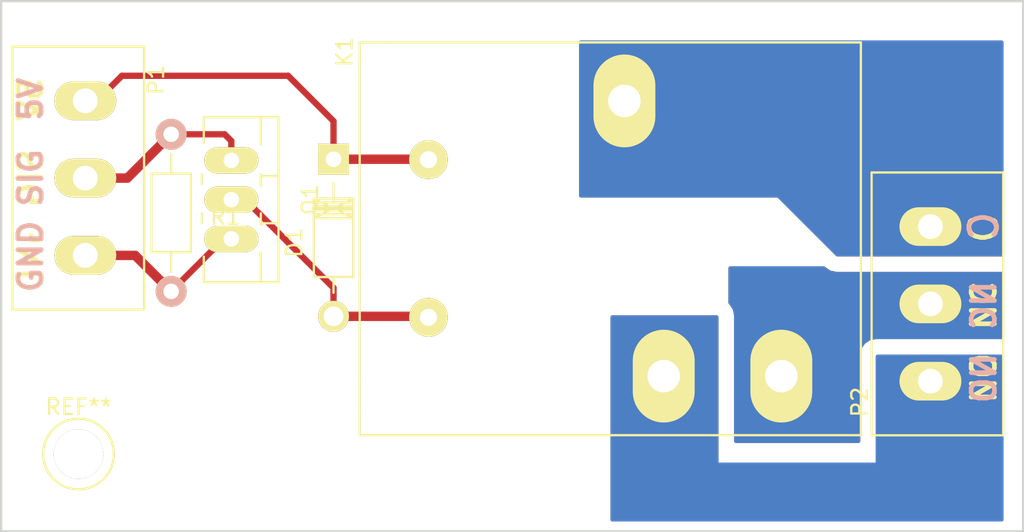
<source format=kicad_pcb>
(kicad_pcb (version 4) (host pcbnew 4.0.1-stable)

  (general
    (links 0)
    (no_connects 7)
    (area 71.044999 68.504999 137.235001 102.945001)
    (thickness 1.6)
    (drawings 16)
    (tracks 33)
    (zones 0)
    (modules 7)
    (nets 8)
  )

  (page A4)
  (layers
    (0 F.Cu signal)
    (31 B.Cu signal)
    (32 B.Adhes user)
    (33 F.Adhes user)
    (34 B.Paste user)
    (35 F.Paste user)
    (36 B.SilkS user)
    (37 F.SilkS user)
    (38 B.Mask user)
    (39 F.Mask user)
    (40 Dwgs.User user)
    (41 Cmts.User user)
    (42 Eco1.User user)
    (43 Eco2.User user)
    (44 Edge.Cuts user)
    (45 Margin user)
    (46 B.CrtYd user)
    (47 F.CrtYd user)
    (48 B.Fab user)
    (49 F.Fab user)
  )

  (setup
    (last_trace_width 0.4064)
    (user_trace_width 0.254)
    (user_trace_width 0.4064)
    (user_trace_width 0.6096)
    (user_trace_width 0.8128)
    (user_trace_width 1.016)
    (user_trace_width 1.2192)
    (user_trace_width 2.54)
    (user_trace_width 5.08)
    (trace_clearance 0.2032)
    (zone_clearance 1)
    (zone_45_only no)
    (trace_min 0.2)
    (segment_width 0.2)
    (edge_width 0.15)
    (via_size 0.9144)
    (via_drill 0.508)
    (via_min_size 0.4)
    (via_min_drill 0.3)
    (uvia_size 0.9144)
    (uvia_drill 0.508)
    (uvias_allowed no)
    (uvia_min_size 0.2)
    (uvia_min_drill 0.1)
    (pcb_text_width 0.3)
    (pcb_text_size 1.5 1.5)
    (mod_edge_width 0.15)
    (mod_text_size 1 1)
    (mod_text_width 0.15)
    (pad_size 3.2 3.2)
    (pad_drill 3.2)
    (pad_to_mask_clearance 0.2)
    (aux_axis_origin 0 0)
    (visible_elements FFFFFF7F)
    (pcbplotparams
      (layerselection 0x00030_80000001)
      (usegerberextensions false)
      (excludeedgelayer true)
      (linewidth 0.100000)
      (plotframeref false)
      (viasonmask false)
      (mode 1)
      (useauxorigin false)
      (hpglpennumber 1)
      (hpglpenspeed 20)
      (hpglpendiameter 15)
      (hpglpenoverlay 2)
      (psnegative false)
      (psa4output false)
      (plotreference true)
      (plotvalue true)
      (plotinvisibletext false)
      (padsonsilk false)
      (subtractmaskfromsilk false)
      (outputformat 1)
      (mirror false)
      (drillshape 1)
      (scaleselection 1)
      (outputdirectory ""))
  )

  (net 0 "")
  (net 1 GND)
  (net 2 "Net-(K1-Pad4)")
  (net 3 "Net-(K1-Pad5)")
  (net 4 "Net-(K1-Pad3)")
  (net 5 VCC)
  (net 6 "Net-(P1-Pad2)")
  (net 7 "Net-(D1-Pad2)")

  (net_class Default "This is the default net class."
    (clearance 0.2032)
    (trace_width 0.2032)
    (via_dia 0.9144)
    (via_drill 0.508)
    (uvia_dia 0.9144)
    (uvia_drill 0.508)
    (add_net GND)
    (add_net "Net-(D1-Pad2)")
    (add_net "Net-(K1-Pad3)")
    (add_net "Net-(K1-Pad4)")
    (add_net "Net-(K1-Pad5)")
    (add_net "Net-(P1-Pad2)")
    (add_net VCC)
  )

  (module Connectors:FCI_20020107-3p (layer F.Cu) (tedit 576B180E) (tstamp 57AD4D46)
    (at 76.5556 80.0227 270)
    (path /57AD5130)
    (fp_text reference P1 (at -6.35 -4.572 270) (layer F.SilkS)
      (effects (font (size 1 1) (thickness 0.15)))
    )
    (fp_text value CONN_01X03 (at 0 -0.5 270) (layer F.Fab)
      (effects (font (size 1 1) (thickness 0.15)))
    )
    (fp_line (start -8.5 -3.8) (end -8.5 4.7) (layer F.SilkS) (width 0.15))
    (fp_line (start -8.5 4.7) (end 8.5 4.7) (layer F.SilkS) (width 0.15))
    (fp_line (start 8.5 -3.8) (end 8.5 4.7) (layer F.SilkS) (width 0.15))
    (fp_line (start -8.5 -3.8) (end 8.5 -3.8) (layer F.SilkS) (width 0.15))
    (pad 1 thru_hole oval (at -5 0 90) (size 2.5 4) (drill 1.6) (layers *.Cu *.Mask F.SilkS)
      (net 5 VCC))
    (pad 2 thru_hole oval (at 0 0 90) (size 2.5 4) (drill 1.6) (layers *.Cu *.Mask F.SilkS)
      (net 6 "Net-(P1-Pad2)"))
    (pad 3 thru_hole oval (at 5 0 90) (size 2.5 4) (drill 1.6) (layers *.Cu *.Mask F.SilkS)
      (net 1 GND))
  )

  (module Diodes_ThroughHole:Diode_DO-41_SOD81_Horizontal_RM10 (layer F.Cu) (tedit 552FFCCE) (tstamp 57AD4D2D)
    (at 92.59316 78.8035 270)
    (descr "Diode, DO-41, SOD81, Horizontal, RM 10mm,")
    (tags "Diode, DO-41, SOD81, Horizontal, RM 10mm, 1N4007, SB140,")
    (path /57AD5510)
    (fp_text reference D1 (at 5.38734 2.53746 270) (layer F.SilkS)
      (effects (font (size 1 1) (thickness 0.15)))
    )
    (fp_text value 1n400x (at 4.37134 -3.55854 270) (layer F.Fab)
      (effects (font (size 1 1) (thickness 0.15)))
    )
    (fp_line (start 7.62 -0.00254) (end 8.636 -0.00254) (layer F.SilkS) (width 0.15))
    (fp_line (start 2.794 -0.00254) (end 1.524 -0.00254) (layer F.SilkS) (width 0.15))
    (fp_line (start 3.048 -1.27254) (end 3.048 1.26746) (layer F.SilkS) (width 0.15))
    (fp_line (start 3.302 -1.27254) (end 3.302 1.26746) (layer F.SilkS) (width 0.15))
    (fp_line (start 3.556 -1.27254) (end 3.556 1.26746) (layer F.SilkS) (width 0.15))
    (fp_line (start 2.794 -1.27254) (end 2.794 1.26746) (layer F.SilkS) (width 0.15))
    (fp_line (start 3.81 -1.27254) (end 2.54 1.26746) (layer F.SilkS) (width 0.15))
    (fp_line (start 2.54 -1.27254) (end 3.81 1.26746) (layer F.SilkS) (width 0.15))
    (fp_line (start 3.81 -1.27254) (end 3.81 1.26746) (layer F.SilkS) (width 0.15))
    (fp_line (start 3.175 -1.27254) (end 3.175 1.26746) (layer F.SilkS) (width 0.15))
    (fp_line (start 2.54 1.26746) (end 2.54 -1.27254) (layer F.SilkS) (width 0.15))
    (fp_line (start 2.54 -1.27254) (end 7.62 -1.27254) (layer F.SilkS) (width 0.15))
    (fp_line (start 7.62 -1.27254) (end 7.62 1.26746) (layer F.SilkS) (width 0.15))
    (fp_line (start 7.62 1.26746) (end 2.54 1.26746) (layer F.SilkS) (width 0.15))
    (pad 2 thru_hole circle (at 10.16 -0.00254 90) (size 1.99898 1.99898) (drill 1.27) (layers *.Cu *.Mask F.SilkS)
      (net 7 "Net-(D1-Pad2)"))
    (pad 1 thru_hole rect (at 0 -0.00254 90) (size 1.99898 1.99898) (drill 1.00076) (layers *.Cu *.Mask F.SilkS)
      (net 5 VCC))
  )

  (module relays:JQX-15F (layer F.Cu) (tedit 57AD4BB1) (tstamp 57AD4D3F)
    (at 96.295905 77.939571 270)
    (path /57AD4A4F)
    (fp_text reference K1 (at -6.082971 2.989005 450) (layer F.SilkS)
      (effects (font (size 1 1) (thickness 0.15)))
    )
    (fp_text value RELAY_SPST (at -4.597071 -3.627695 360) (layer F.Fab)
      (effects (font (size 1 1) (thickness 0.15)))
    )
    (fp_line (start -6.687971 2.009205) (end 11.092029 2.009205) (layer F.SilkS) (width 0.15))
    (fp_line (start -6.687971 0.104205) (end -6.687971 2.009205) (layer F.SilkS) (width 0.15))
    (fp_line (start -6.687971 -30.375795) (end -6.687971 0.104205) (layer F.SilkS) (width 0.15))
    (fp_line (start -6.052971 -30.375795) (end -6.687971 -30.375795) (layer F.SilkS) (width 0.15))
    (fp_line (start 18.712029 -30.375795) (end -6.052971 -30.375795) (layer F.SilkS) (width 0.15))
    (fp_line (start 18.712029 2.009205) (end 18.712029 -30.375795) (layer F.SilkS) (width 0.15))
    (fp_line (start 17.442029 2.009205) (end 18.712029 2.009205) (layer F.SilkS) (width 0.15))
    (fp_line (start 14.902029 2.009205) (end 17.442029 2.009205) (layer F.SilkS) (width 0.15))
    (fp_line (start 11.092029 2.009205) (end 14.902029 2.009205) (layer F.SilkS) (width 0.15))
    (pad 4 thru_hole oval (at 14.892029 -25.235795) (size 4 6) (drill 2.1) (layers *.Cu *.Mask F.SilkS)
      (net 2 "Net-(K1-Pad4)"))
    (pad 5 thru_hole oval (at 14.892029 -17.635795) (size 4 6) (drill 2.1) (layers *.Cu *.Mask F.SilkS)
      (net 3 "Net-(K1-Pad5)"))
    (pad 3 thru_hole oval (at -2.907971 -15.095795) (size 4 6) (drill 2.1) (layers *.Cu *.Mask F.SilkS)
      (net 4 "Net-(K1-Pad3)"))
    (pad 1 thru_hole circle (at 11.092029 -2.435795 90) (size 2.5 2.5) (drill 1.1) (layers *.Cu *.Mask F.SilkS)
      (net 7 "Net-(D1-Pad2)"))
    (pad 2 thru_hole circle (at 0.892029 -2.435795 90) (size 2.5 2.5) (drill 1.1) (layers *.Cu *.Mask F.SilkS)
      (net 5 VCC))
  )

  (module Connectors:FCI_20020107-3p (layer F.Cu) (tedit 576B180E) (tstamp 57AD4D4D)
    (at 131.1656 88.1596 90)
    (path /57AD4DE4)
    (fp_text reference P2 (at -6.35 -4.572 90) (layer F.SilkS)
      (effects (font (size 1 1) (thickness 0.15)))
    )
    (fp_text value CONN_01X03 (at 0 -0.5 90) (layer F.Fab)
      (effects (font (size 1 1) (thickness 0.15)))
    )
    (fp_line (start -8.5 -3.8) (end -8.5 4.7) (layer F.SilkS) (width 0.15))
    (fp_line (start -8.5 4.7) (end 8.5 4.7) (layer F.SilkS) (width 0.15))
    (fp_line (start 8.5 -3.8) (end 8.5 4.7) (layer F.SilkS) (width 0.15))
    (fp_line (start -8.5 -3.8) (end 8.5 -3.8) (layer F.SilkS) (width 0.15))
    (pad 1 thru_hole oval (at -5 0 270) (size 2.5 4) (drill 1.6) (layers *.Cu *.Mask F.SilkS)
      (net 3 "Net-(K1-Pad5)"))
    (pad 2 thru_hole oval (at 0 0 270) (size 2.5 4) (drill 1.6) (layers *.Cu *.Mask F.SilkS)
      (net 2 "Net-(K1-Pad4)"))
    (pad 3 thru_hole oval (at 5 0 270) (size 2.5 4) (drill 1.6) (layers *.Cu *.Mask F.SilkS)
      (net 4 "Net-(K1-Pad3)"))
  )

  (module TO_SOT_Packages_THT:TO-220_Neutral123_Vertical_LargePads (layer F.Cu) (tedit 0) (tstamp 57AD4D54)
    (at 85.9917 81.4197 270)
    (descr "TO-220, Neutral, Vertical, Large Pads,")
    (tags "TO-220, Neutral, Vertical, Large Pads,")
    (path /57AD4B7B)
    (fp_text reference Q1 (at 0 -5.08 270) (layer F.SilkS)
      (effects (font (size 1 1) (thickness 0.15)))
    )
    (fp_text value FQP30N06L (at 0 3.81 270) (layer F.Fab)
      (effects (font (size 1 1) (thickness 0.15)))
    )
    (fp_line (start 5.334 -1.905) (end 3.429 -1.905) (layer F.SilkS) (width 0.15))
    (fp_line (start 0.889 -1.905) (end 1.651 -1.905) (layer F.SilkS) (width 0.15))
    (fp_line (start -1.524 -1.905) (end -1.651 -1.905) (layer F.SilkS) (width 0.15))
    (fp_line (start -1.524 -1.905) (end -0.889 -1.905) (layer F.SilkS) (width 0.15))
    (fp_line (start -5.334 -1.905) (end -3.556 -1.905) (layer F.SilkS) (width 0.15))
    (fp_line (start -5.334 1.778) (end -3.683 1.778) (layer F.SilkS) (width 0.15))
    (fp_line (start -1.016 1.905) (end -1.651 1.905) (layer F.SilkS) (width 0.15))
    (fp_line (start 1.524 1.905) (end 0.889 1.905) (layer F.SilkS) (width 0.15))
    (fp_line (start 5.334 1.778) (end 3.683 1.778) (layer F.SilkS) (width 0.15))
    (fp_line (start -1.524 -3.048) (end -1.524 -1.905) (layer F.SilkS) (width 0.15))
    (fp_line (start 1.524 -3.048) (end 1.524 -1.905) (layer F.SilkS) (width 0.15))
    (fp_line (start 5.334 -1.905) (end 5.334 1.778) (layer F.SilkS) (width 0.15))
    (fp_line (start -5.334 1.778) (end -5.334 -1.905) (layer F.SilkS) (width 0.15))
    (fp_line (start 5.334 -3.048) (end 5.334 -1.905) (layer F.SilkS) (width 0.15))
    (fp_line (start -5.334 -1.905) (end -5.334 -3.048) (layer F.SilkS) (width 0.15))
    (fp_line (start 0 -3.048) (end -5.334 -3.048) (layer F.SilkS) (width 0.15))
    (fp_line (start 0 -3.048) (end 5.334 -3.048) (layer F.SilkS) (width 0.15))
    (pad 2 thru_hole oval (at 0 0) (size 3.50012 1.69926) (drill 1.00076) (layers *.Cu *.Mask F.SilkS)
      (net 7 "Net-(D1-Pad2)"))
    (pad 1 thru_hole oval (at -2.54 0) (size 3.50012 1.69926) (drill 1.00076) (layers *.Cu *.Mask F.SilkS)
      (net 6 "Net-(P1-Pad2)"))
    (pad 3 thru_hole oval (at 2.54 0) (size 3.50012 1.69926) (drill 1.00076) (layers *.Cu *.Mask F.SilkS)
      (net 1 GND))
    (model TO_SOT_Packages_THT.3dshapes/TO-220_Neutral123_Vertical_LargePads.wrl
      (at (xyz 0 0 0))
      (scale (xyz 0.3937 0.3937 0.3937))
      (rotate (xyz 0 0 0))
    )
  )

  (module Resistors_ThroughHole:Resistor_Horizontal_RM10mm (layer F.Cu) (tedit 56648415) (tstamp 57AD4DB2)
    (at 82.1055 77.1906 270)
    (descr "Resistor, Axial,  RM 10mm, 1/3W")
    (tags "Resistor Axial RM 10mm 1/3W")
    (path /57AD5663)
    (fp_text reference R1 (at 5.32892 -3.50012 360) (layer F.SilkS)
      (effects (font (size 1 1) (thickness 0.15)))
    )
    (fp_text value 10k (at 5.08 3.81 270) (layer F.Fab)
      (effects (font (size 1 1) (thickness 0.15)))
    )
    (fp_line (start -1.25 -1.5) (end 11.4 -1.5) (layer F.CrtYd) (width 0.05))
    (fp_line (start -1.25 1.5) (end -1.25 -1.5) (layer F.CrtYd) (width 0.05))
    (fp_line (start 11.4 -1.5) (end 11.4 1.5) (layer F.CrtYd) (width 0.05))
    (fp_line (start -1.25 1.5) (end 11.4 1.5) (layer F.CrtYd) (width 0.05))
    (fp_line (start 2.54 -1.27) (end 7.62 -1.27) (layer F.SilkS) (width 0.15))
    (fp_line (start 7.62 -1.27) (end 7.62 1.27) (layer F.SilkS) (width 0.15))
    (fp_line (start 7.62 1.27) (end 2.54 1.27) (layer F.SilkS) (width 0.15))
    (fp_line (start 2.54 1.27) (end 2.54 -1.27) (layer F.SilkS) (width 0.15))
    (fp_line (start 2.54 0) (end 1.27 0) (layer F.SilkS) (width 0.15))
    (fp_line (start 7.62 0) (end 8.89 0) (layer F.SilkS) (width 0.15))
    (pad 1 thru_hole circle (at 0 0 270) (size 1.99898 1.99898) (drill 1.00076) (layers *.Cu *.SilkS *.Mask)
      (net 6 "Net-(P1-Pad2)"))
    (pad 2 thru_hole circle (at 10.16 0 270) (size 1.99898 1.99898) (drill 1.00076) (layers *.Cu *.SilkS *.Mask)
      (net 1 GND))
    (model Resistors_ThroughHole.3dshapes/Resistor_Horizontal_RM10mm.wrl
      (at (xyz 0.2 0 0))
      (scale (xyz 0.4 0.4 0.4))
      (rotate (xyz 0 0 0))
    )
  )

  (module Connect:1pin (layer F.Cu) (tedit 57AD5154) (tstamp 57AD5115)
    (at 76.12 97.87)
    (descr "module 1 pin (ou trou mecanique de percage)")
    (tags DEV)
    (fp_text reference REF** (at 0 -3.048) (layer F.SilkS)
      (effects (font (size 1 1) (thickness 0.15)))
    )
    (fp_text value 1pin (at 0 2.794) (layer F.Fab)
      (effects (font (size 1 1) (thickness 0.15)))
    )
    (fp_circle (center 0 0) (end 0 -2.286) (layer F.SilkS) (width 0.15))
    (pad 1 thru_hole circle (at 0 0) (size 3.2 3.2) (drill 3.2) (layers *.Cu *.Mask F.SilkS))
  )

  (gr_text GND (at 73.025 85.09 90) (layer B.SilkS) (tstamp 57AD5241)
    (effects (font (size 1.5 1.5) (thickness 0.3)))
  )
  (gr_text SIG (at 73.025 80.01 90) (layer B.SilkS) (tstamp 57AD523F)
    (effects (font (size 1.5 1.5) (thickness 0.3)))
  )
  (gr_text 5V (at 73.025 74.93 90) (layer B.SilkS) (tstamp 57AD523C)
    (effects (font (size 1.5 1.5) (thickness 0.3)))
  )
  (gr_text GND (at 73.025 85.09 90) (layer F.SilkS)
    (effects (font (size 1.5 1.5) (thickness 0.3)) (justify mirror))
  )
  (gr_text SIG (at 73.025 80.01 90) (layer F.SilkS)
    (effects (font (size 1.5 1.5) (thickness 0.3)) (justify mirror))
  )
  (gr_text 5V (at 73.025 74.93 90) (layer F.SilkS)
    (effects (font (size 1.5 1.5) (thickness 0.3)) (justify mirror))
  )
  (gr_line (start 71.12 102.87) (end 71.12 68.58) (layer Edge.Cuts) (width 0.15))
  (gr_line (start 137.16 102.87) (end 71.12 102.87) (layer Edge.Cuts) (width 0.15))
  (gr_line (start 137.16 68.58) (end 137.16 102.87) (layer Edge.Cuts) (width 0.15))
  (gr_line (start 71.12 68.58) (end 137.16 68.58) (layer Edge.Cuts) (width 0.15))
  (gr_text NO (at 134.62 92.964 90) (layer B.SilkS) (tstamp 57AD4F0C)
    (effects (font (size 1.5 1.5) (thickness 0.3)) (justify mirror))
  )
  (gr_text NC (at 134.62 88.265 90) (layer B.SilkS) (tstamp 57AD4F09)
    (effects (font (size 1.5 1.5) (thickness 0.3)) (justify mirror))
  )
  (gr_text NO (at 134.62 92.964 90) (layer F.SilkS)
    (effects (font (size 1.5 1.5) (thickness 0.3)))
  )
  (gr_text NC (at 134.62 88.265 90) (layer F.SilkS)
    (effects (font (size 1.5 1.5) (thickness 0.3)))
  )
  (gr_text "C\n" (at 134.62 83.1215 90) (layer B.SilkS) (tstamp 57AD4ED8)
    (effects (font (size 1.778 1.778) (thickness 0.3)) (justify mirror))
  )
  (gr_text "C\n" (at 134.62 83.312 90) (layer F.SilkS)
    (effects (font (size 1.778 1.778) (thickness 0.3)))
  )

  (segment (start 82.1055 87.3506) (end 85.4964 83.9597) (width 0.4064) (layer F.Cu) (net 1))
  (segment (start 85.4964 83.9597) (end 85.9917 83.9597) (width 0.4064) (layer F.Cu) (net 1))
  (segment (start 76.5556 85.0227) (end 79.7776 85.0227) (width 0.6096) (layer F.Cu) (net 1))
  (segment (start 79.7776 85.0227) (end 82.1055 87.3506) (width 0.6096) (layer F.Cu) (net 1))
  (segment (start 121.5317 88.4628) (end 121.8349 88.1596) (width 2.54) (layer F.Cu) (net 2))
  (segment (start 121.8349 88.1596) (end 131.1656 88.1596) (width 2.54) (layer F.Cu) (net 2))
  (segment (start 121.5317 92.8316) (end 121.5317 88.4628) (width 2.54) (layer F.Cu) (net 2))
  (segment (start 115.3795 100.0252) (end 113.9317 98.5774) (width 2.54) (layer F.Cu) (net 3))
  (segment (start 113.9317 98.5774) (end 113.9317 92.8316) (width 2.54) (layer F.Cu) (net 3))
  (segment (start 128.09 100.0252) (end 115.3795 100.0252) (width 2.54) (layer F.Cu) (net 3))
  (segment (start 131.1656 93.1596) (end 131.1656 96.9496) (width 2.54) (layer F.Cu) (net 3))
  (segment (start 131.1656 96.9496) (end 128.09 100.0252) (width 2.54) (layer F.Cu) (net 3))
  (segment (start 111.3917 75.0316) (end 123.0376 75.0316) (width 2.54) (layer F.Cu) (net 4))
  (segment (start 123.0376 75.0316) (end 131.1656 83.1596) (width 2.54) (layer F.Cu) (net 4))
  (segment (start 89.662 73.406) (end 92.5957 76.3397) (width 0.4064) (layer F.Cu) (net 5))
  (segment (start 92.5957 76.3397) (end 92.5957 78.8035) (width 0.4064) (layer F.Cu) (net 5))
  (segment (start 78.9223 73.406) (end 89.662 73.406) (width 0.4064) (layer F.Cu) (net 5))
  (segment (start 76.5556 75.0227) (end 77.3056 75.0227) (width 0.4064) (layer F.Cu) (net 5))
  (segment (start 77.3056 75.0227) (end 78.9223 73.406) (width 0.4064) (layer F.Cu) (net 5))
  (segment (start 76.5556 75.0227) (end 76.7677 75.0227) (width 0.6096) (layer F.Cu) (net 5))
  (segment (start 92.5957 78.8035) (end 98.7036 78.8035) (width 0.6096) (layer F.Cu) (net 5))
  (segment (start 98.7036 78.8035) (end 98.7317 78.8316) (width 0.6096) (layer F.Cu) (net 5))
  (segment (start 82.1055 77.1906) (end 85.55863 77.1906) (width 0.4064) (layer F.Cu) (net 6))
  (segment (start 85.55863 77.1906) (end 85.9917 77.62367) (width 0.4064) (layer F.Cu) (net 6))
  (segment (start 85.9917 77.62367) (end 85.9917 78.8797) (width 0.4064) (layer F.Cu) (net 6))
  (segment (start 76.5556 80.0227) (end 79.2734 80.0227) (width 0.6096) (layer F.Cu) (net 6))
  (segment (start 79.2734 80.0227) (end 82.1055 77.1906) (width 0.6096) (layer F.Cu) (net 6))
  (segment (start 85.9917 81.4197) (end 86.89213 81.4197) (width 0.4064) (layer F.Cu) (net 7))
  (segment (start 86.89213 81.4197) (end 92.5957 87.12327) (width 0.4064) (layer F.Cu) (net 7))
  (segment (start 92.5957 87.12327) (end 92.5957 87.550008) (width 0.4064) (layer F.Cu) (net 7))
  (segment (start 92.5957 87.550008) (end 92.5957 88.9635) (width 0.4064) (layer F.Cu) (net 7))
  (segment (start 92.5957 88.9635) (end 98.6636 88.9635) (width 0.6096) (layer F.Cu) (net 7))
  (segment (start 98.6636 88.9635) (end 98.7317 89.0316) (width 0.6096) (layer F.Cu) (net 7))

  (zone (net 4) (net_name "Net-(K1-Pad3)") (layer B.Cu) (tstamp 0) (hatch full 0.508)
    (priority 2)
    (connect_pads yes (clearance 0.508))
    (min_thickness 0.254)
    (fill yes (arc_segments 16) (thermal_gap 0.508) (thermal_bridge_width 0.508))
    (polygon
      (pts
        (xy 125.095 85.09) (xy 135.89 85.09) (xy 135.89 71.12) (xy 108.458 71.12) (xy 108.458 81.28)
        (xy 121.285 81.28)
      )
    )
    (filled_polygon
      (pts
        (xy 135.763 84.963) (xy 125.147606 84.963) (xy 121.374803 81.190197) (xy 121.332789 81.162334) (xy 121.285 81.153)
        (xy 108.585 81.153) (xy 108.585 71.247) (xy 135.763 71.247)
      )
    )
  )
  (zone (net 3) (net_name "Net-(K1-Pad5)") (layer F.Cu) (tstamp 0) (hatch full 0.508)
    (priority 2)
    (connect_pads yes (clearance 0.508))
    (min_thickness 0.254)
    (fill yes (arc_segments 16) (thermal_gap 0.508) (thermal_bridge_width 0.508))
    (polygon
      (pts
        (xy 135.89 91.44) (xy 135.89 102.235) (xy 110.49 102.235) (xy 110.49 88.9) (xy 117.475 88.9)
        (xy 117.475 88.9) (xy 117.475 98.425) (xy 127.635 98.425) (xy 127.635 91.44) (xy 127.635 91.44)
      )
    )
    (filled_polygon
      (pts
        (xy 117.348 98.425) (xy 117.358006 98.47441) (xy 117.386447 98.516035) (xy 117.428841 98.543315) (xy 117.475 98.552)
        (xy 127.635 98.552) (xy 127.68441 98.541994) (xy 127.726035 98.513553) (xy 127.753315 98.471159) (xy 127.762 98.425)
        (xy 127.762 91.567) (xy 135.763 91.567) (xy 135.763 102.108) (xy 110.617 102.108) (xy 110.617 89.027)
        (xy 117.348 89.027)
      )
    )
  )
  (zone (net 3) (net_name "Net-(K1-Pad5)") (layer B.Cu) (tstamp 0) (hatch full 0.508)
    (priority 2)
    (connect_pads yes (clearance 0.508))
    (min_thickness 0.254)
    (fill yes (arc_segments 16) (thermal_gap 0.508) (thermal_bridge_width 0.508))
    (polygon
      (pts
        (xy 127.635 91.44) (xy 135.89 91.44) (xy 135.89 102.235) (xy 110.49 102.235) (xy 110.49 88.9)
        (xy 117.475 88.9) (xy 117.475 98.425) (xy 127.635 98.425)
      )
    )
    (filled_polygon
      (pts
        (xy 117.348 98.425) (xy 117.358006 98.47441) (xy 117.386447 98.516035) (xy 117.428841 98.543315) (xy 117.475 98.552)
        (xy 127.635 98.552) (xy 127.68441 98.541994) (xy 127.726035 98.513553) (xy 127.753315 98.471159) (xy 127.762 98.425)
        (xy 127.762 91.567) (xy 135.763 91.567) (xy 135.763 102.108) (xy 110.617 102.108) (xy 110.617 89.027)
        (xy 117.348 89.027)
      )
    )
  )
  (zone (net 2) (net_name "Net-(K1-Pad4)") (layer F.Cu) (tstamp 0) (hatch full 0.508)
    (priority 1)
    (connect_pads yes (clearance 1))
    (min_thickness 0.254)
    (fill yes (arc_segments 16) (thermal_gap 0.508) (thermal_bridge_width 0.508))
    (polygon
      (pts
        (xy 127.635 97.155) (xy 127.635 90.805) (xy 135.89 90.805) (xy 135.89 85.725) (xy 118.11 85.725)
        (xy 118.11 88.9) (xy 118.11 97.155)
      )
    )
    (filled_polygon
      (pts
        (xy 124.298091 85.886909) (xy 124.656534 86.128208) (xy 125.095 86.217) (xy 135.763 86.217) (xy 135.763 90.313)
        (xy 127.635 90.313) (xy 127.225384 90.390075) (xy 126.849176 90.632158) (xy 126.596792 91.001534) (xy 126.508 91.44)
        (xy 126.508 97.028) (xy 118.602 97.028) (xy 118.602 88.9) (xy 118.524925 88.490384) (xy 118.282842 88.114176)
        (xy 118.237 88.082853) (xy 118.237 85.852) (xy 124.263182 85.852)
      )
    )
  )
  (zone (net 2) (net_name "Net-(K1-Pad4)") (layer B.Cu) (tstamp 0) (hatch full 0.508)
    (priority 1)
    (connect_pads yes (clearance 1))
    (min_thickness 0.254)
    (fill yes (arc_segments 16) (thermal_gap 0.508) (thermal_bridge_width 0.508))
    (polygon
      (pts
        (xy 118.11 85.725) (xy 135.89 85.725) (xy 135.89 90.805) (xy 127.635 90.805) (xy 127.635 97.155)
        (xy 118.11 97.155)
      )
    )
    (filled_polygon
      (pts
        (xy 124.298091 85.886909) (xy 124.656534 86.128208) (xy 125.095 86.217) (xy 135.763 86.217) (xy 135.763 90.313)
        (xy 127.635 90.313) (xy 127.225384 90.390075) (xy 126.849176 90.632158) (xy 126.596792 91.001534) (xy 126.508 91.44)
        (xy 126.508 97.028) (xy 118.602 97.028) (xy 118.602 88.9) (xy 118.524925 88.490384) (xy 118.282842 88.114176)
        (xy 118.237 88.082853) (xy 118.237 85.852) (xy 124.263182 85.852)
      )
    )
  )
  (zone (net 4) (net_name "Net-(K1-Pad3)") (layer F.Cu) (tstamp 0) (hatch full 0.508)
    (priority 2)
    (connect_pads yes (clearance 0.508))
    (min_thickness 0.254)
    (fill yes (arc_segments 16) (thermal_gap 0.508) (thermal_bridge_width 0.508))
    (polygon
      (pts
        (xy 135.89 85.09) (xy 125.095 85.09) (xy 121.285 81.28) (xy 108.458 81.28) (xy 108.458 71.12)
        (xy 126.746 71.12) (xy 135.89 71.12)
      )
    )
    (filled_polygon
      (pts
        (xy 135.763 84.963) (xy 125.147606 84.963) (xy 121.374803 81.190197) (xy 121.332789 81.162334) (xy 121.285 81.153)
        (xy 108.585 81.153) (xy 108.585 71.247) (xy 135.763 71.247)
      )
    )
  )
)

</source>
